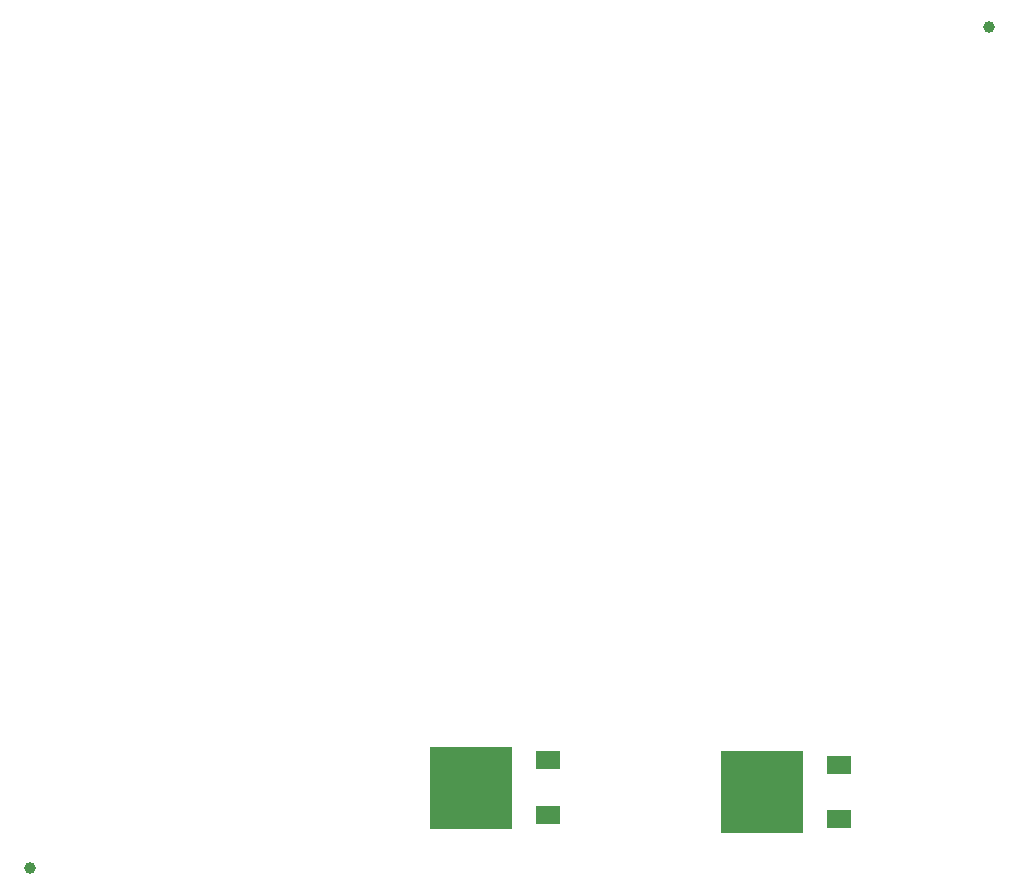
<source format=gbp>
%FSLAX25Y25*%
%MOIN*%
G70*
G01*
G75*
G04 Layer_Color=128*
%ADD10R,0.03858X0.03661*%
%ADD11R,0.03661X0.03858*%
%ADD12R,0.16732X0.08465*%
%ADD13C,0.03937*%
G04:AMPARAMS|DCode=14|XSize=36.61mil|YSize=38.58mil|CornerRadius=0mil|HoleSize=0mil|Usage=FLASHONLY|Rotation=135.000|XOffset=0mil|YOffset=0mil|HoleType=Round|Shape=Rectangle|*
%AMROTATEDRECTD14*
4,1,4,0.02659,0.00070,-0.00070,-0.02659,-0.02659,-0.00070,0.00070,0.02659,0.02659,0.00070,0.0*
%
%ADD14ROTATEDRECTD14*%

%ADD15R,0.05512X0.09055*%
%ADD16R,0.10236X0.04331*%
%ADD17R,0.04331X0.10236*%
%ADD18R,0.12992X0.05512*%
%ADD19R,0.09055X0.05512*%
%ADD20R,0.09055X0.17913*%
%ADD21R,0.10433X0.07087*%
%ADD22R,0.03543X0.03740*%
%ADD23R,0.03543X0.07480*%
%ADD24R,0.07874X0.07874*%
%ADD25R,0.03740X0.03543*%
%ADD26R,0.15000X0.11000*%
%ADD27R,0.09055X0.09055*%
%ADD28R,0.03740X0.03543*%
%ADD29O,0.05906X0.19685*%
%ADD30R,0.05118X0.16142*%
%ADD31O,0.02362X0.08661*%
%ADD32R,0.07874X0.05906*%
%ADD33R,0.03543X0.03740*%
%ADD34R,0.10512X0.04724*%
%ADD35R,0.06299X0.05984*%
%ADD36R,0.06496X0.12598*%
%ADD37O,0.08661X0.02992*%
%ADD38O,0.09055X0.02992*%
%ADD39R,0.08661X0.02992*%
%ADD40O,0.02756X0.09843*%
G04:AMPARAMS|DCode=41|XSize=11.81mil|YSize=70.87mil|CornerRadius=0mil|HoleSize=0mil|Usage=FLASHONLY|Rotation=45.000|XOffset=0mil|YOffset=0mil|HoleType=Round|Shape=Round|*
%AMOVALD41*
21,1,0.05906,0.01181,0.00000,0.00000,135.0*
1,1,0.01181,0.02088,-0.02088*
1,1,0.01181,-0.02088,0.02088*
%
%ADD41OVALD41*%

G04:AMPARAMS|DCode=42|XSize=11.81mil|YSize=70.87mil|CornerRadius=0mil|HoleSize=0mil|Usage=FLASHONLY|Rotation=135.000|XOffset=0mil|YOffset=0mil|HoleType=Round|Shape=Round|*
%AMOVALD42*
21,1,0.05906,0.01181,0.00000,0.00000,225.0*
1,1,0.01181,0.02088,0.02088*
1,1,0.01181,-0.02088,-0.02088*
%
%ADD42OVALD42*%

%ADD43R,0.02559X0.04331*%
%ADD44O,0.01102X0.07087*%
%ADD45O,0.07087X0.01102*%
%ADD46R,0.04200X0.12000*%
%ADD47R,0.41400X0.47937*%
%ADD48O,0.05512X0.01772*%
%ADD49R,0.05906X0.02362*%
%ADD50R,0.07874X0.21654*%
%ADD51R,0.05512X0.04528*%
%ADD52R,0.05984X0.06299*%
%ADD53R,0.05787X0.04567*%
%ADD54R,0.04567X0.05787*%
%ADD55R,0.07874X0.03543*%
%ADD56C,0.01000*%
%ADD57C,0.01500*%
%ADD58C,0.02000*%
%ADD59C,0.04000*%
%ADD60C,0.00600*%
%ADD61C,0.01200*%
%ADD62C,0.03000*%
%ADD63C,0.00800*%
%ADD64R,0.01000X0.00800*%
G04:AMPARAMS|DCode=65|XSize=13.36mil|YSize=26.49mil|CornerRadius=0mil|HoleSize=0mil|Usage=FLASHONLY|Rotation=135.000|XOffset=0mil|YOffset=0mil|HoleType=Round|Shape=Rectangle|*
%AMROTATEDRECTD65*
4,1,4,0.01409,0.00464,-0.00464,-0.01409,-0.01409,-0.00464,0.00464,0.01409,0.01409,0.00464,0.0*
%
%ADD65ROTATEDRECTD65*%

%ADD66R,0.03686X0.04230*%
%ADD67R,0.03177X0.02803*%
%ADD68R,0.01500X0.01100*%
%ADD69R,0.06600X0.06300*%
%ADD70R,0.20400X0.05400*%
%ADD71R,0.00700X0.00900*%
%ADD72R,0.00700X0.01200*%
%ADD73R,0.01300X0.01390*%
%ADD74R,0.00480X0.00900*%
%ADD75R,0.00972X0.01439*%
%ADD76C,0.06200*%
%ADD77C,0.12795*%
%ADD78C,0.05118*%
%ADD79C,0.09449*%
%ADD80R,0.09843X0.09843*%
%ADD81C,0.05906*%
%ADD82R,0.05906X0.05906*%
%ADD83C,0.13780*%
%ADD84C,0.02362*%
%ADD85C,0.02400*%
%ADD86R,0.27559X0.27559*%
%ADD87R,0.12400X0.11000*%
%ADD88R,0.08800X0.09800*%
%ADD89R,0.09700X0.04100*%
%ADD90R,0.37400X0.20000*%
%ADD91R,0.22151X0.21657*%
%ADD92C,0.00591*%
%ADD93C,0.00787*%
%ADD94C,0.00394*%
%ADD95C,0.00984*%
%ADD96C,0.01575*%
%ADD97C,0.02756*%
%ADD98C,0.01181*%
%ADD99C,0.02362*%
%ADD100C,0.00500*%
%ADD101C,0.00197*%
%ADD102C,0.00598*%
%ADD103R,0.01378X0.09055*%
%ADD104R,0.04658X0.04461*%
%ADD105R,0.04461X0.04658*%
%ADD106R,0.17532X0.09265*%
%ADD107C,0.04737*%
G04:AMPARAMS|DCode=108|XSize=44.61mil|YSize=46.58mil|CornerRadius=0mil|HoleSize=0mil|Usage=FLASHONLY|Rotation=135.000|XOffset=0mil|YOffset=0mil|HoleType=Round|Shape=Rectangle|*
%AMROTATEDRECTD108*
4,1,4,0.03224,0.00070,-0.00070,-0.03224,-0.03224,-0.00070,0.00070,0.03224,0.03224,0.00070,0.0*
%
%ADD108ROTATEDRECTD108*%

%ADD109R,0.06312X0.09855*%
%ADD110R,0.11036X0.05131*%
%ADD111R,0.05131X0.11036*%
%ADD112R,0.13792X0.06312*%
%ADD113R,0.09855X0.06312*%
%ADD114R,0.09855X0.18713*%
%ADD115R,0.11233X0.07887*%
%ADD116R,0.04343X0.04540*%
%ADD117R,0.04343X0.08280*%
%ADD118R,0.08674X0.08674*%
%ADD119R,0.04540X0.04343*%
%ADD120R,0.15800X0.11800*%
%ADD121R,0.09855X0.09855*%
%ADD122R,0.04540X0.04343*%
%ADD123O,0.06706X0.20485*%
%ADD124R,0.05918X0.16942*%
%ADD125O,0.03162X0.09461*%
%ADD126R,0.08674X0.06706*%
%ADD127R,0.04343X0.04540*%
%ADD128R,0.11312X0.05524*%
%ADD129R,0.07099X0.06784*%
%ADD130R,0.07296X0.13398*%
%ADD131O,0.09461X0.03792*%
%ADD132O,0.09855X0.03792*%
%ADD133R,0.09461X0.03792*%
%ADD134O,0.03556X0.10642*%
G04:AMPARAMS|DCode=135|XSize=19.81mil|YSize=78.87mil|CornerRadius=0mil|HoleSize=0mil|Usage=FLASHONLY|Rotation=45.000|XOffset=0mil|YOffset=0mil|HoleType=Round|Shape=Round|*
%AMOVALD135*
21,1,0.05906,0.01981,0.00000,0.00000,135.0*
1,1,0.01981,0.02088,-0.02088*
1,1,0.01981,-0.02088,0.02088*
%
%ADD135OVALD135*%

G04:AMPARAMS|DCode=136|XSize=19.81mil|YSize=78.87mil|CornerRadius=0mil|HoleSize=0mil|Usage=FLASHONLY|Rotation=135.000|XOffset=0mil|YOffset=0mil|HoleType=Round|Shape=Round|*
%AMOVALD136*
21,1,0.05906,0.01981,0.00000,0.00000,225.0*
1,1,0.01981,0.02088,0.02088*
1,1,0.01981,-0.02088,-0.02088*
%
%ADD136OVALD136*%

%ADD137R,0.03359X0.05131*%
%ADD138O,0.01502X0.07487*%
%ADD139O,0.07487X0.01502*%
%ADD140R,0.05000X0.12800*%
%ADD141R,0.42200X0.48737*%
%ADD142O,0.06312X0.02572*%
%ADD143R,0.06706X0.03162*%
%ADD144R,0.08674X0.22453*%
%ADD145R,0.06312X0.05328*%
%ADD146R,0.06784X0.07099*%
%ADD147C,0.11811*%
%ADD148R,0.06587X0.05367*%
%ADD149R,0.05367X0.06587*%
%ADD150R,0.08674X0.04343*%
%ADD151C,0.07000*%
%ADD152C,0.13595*%
%ADD153C,0.05918*%
%ADD154C,0.10249*%
%ADD155R,0.10642X0.10642*%
%ADD156C,0.06706*%
%ADD157R,0.06706X0.06706*%
%ADD158C,0.14579*%
%ADD159R,0.19800X0.01100*%
%ADD160R,0.20000X0.01200*%
%ADD161R,0.19800X0.00800*%
%ADD162R,0.20900X0.00479*%
%ADD163R,0.38710X0.21000*%
%ADD164R,0.28359X0.28359*%
D13*
X1134031Y714995D02*
D03*
X814331Y434595D02*
D03*
D32*
X1083822Y468850D02*
D03*
Y450739D02*
D03*
X986822Y470350D02*
D03*
Y452240D02*
D03*
D86*
X1058231Y459795D02*
D03*
X961231Y461295D02*
D03*
M02*

</source>
